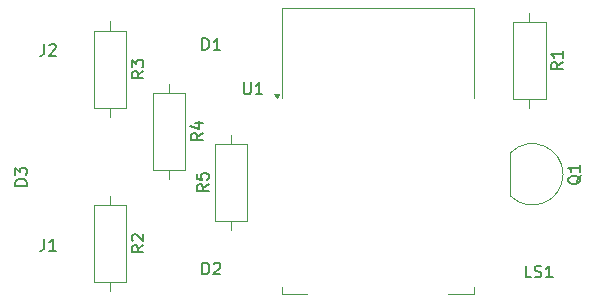
<source format=gbr>
%TF.GenerationSoftware,KiCad,Pcbnew,8.0.7*%
%TF.CreationDate,2025-01-13T17:44:50+00:00*%
%TF.ProjectId,TapeDispenser,54617065-4469-4737-9065-6e7365722e6b,rev?*%
%TF.SameCoordinates,Original*%
%TF.FileFunction,Legend,Top*%
%TF.FilePolarity,Positive*%
%FSLAX46Y46*%
G04 Gerber Fmt 4.6, Leading zero omitted, Abs format (unit mm)*
G04 Created by KiCad (PCBNEW 8.0.7) date 2025-01-13 17:44:50*
%MOMM*%
%LPD*%
G01*
G04 APERTURE LIST*
%ADD10C,0.150000*%
%ADD11C,0.120000*%
G04 APERTURE END LIST*
D10*
X147157142Y-82704819D02*
X146680952Y-82704819D01*
X146680952Y-82704819D02*
X146680952Y-81704819D01*
X147442857Y-82657200D02*
X147585714Y-82704819D01*
X147585714Y-82704819D02*
X147823809Y-82704819D01*
X147823809Y-82704819D02*
X147919047Y-82657200D01*
X147919047Y-82657200D02*
X147966666Y-82609580D01*
X147966666Y-82609580D02*
X148014285Y-82514342D01*
X148014285Y-82514342D02*
X148014285Y-82419104D01*
X148014285Y-82419104D02*
X147966666Y-82323866D01*
X147966666Y-82323866D02*
X147919047Y-82276247D01*
X147919047Y-82276247D02*
X147823809Y-82228628D01*
X147823809Y-82228628D02*
X147633333Y-82181009D01*
X147633333Y-82181009D02*
X147538095Y-82133390D01*
X147538095Y-82133390D02*
X147490476Y-82085771D01*
X147490476Y-82085771D02*
X147442857Y-81990533D01*
X147442857Y-81990533D02*
X147442857Y-81895295D01*
X147442857Y-81895295D02*
X147490476Y-81800057D01*
X147490476Y-81800057D02*
X147538095Y-81752438D01*
X147538095Y-81752438D02*
X147633333Y-81704819D01*
X147633333Y-81704819D02*
X147871428Y-81704819D01*
X147871428Y-81704819D02*
X148014285Y-81752438D01*
X148966666Y-82704819D02*
X148395238Y-82704819D01*
X148680952Y-82704819D02*
X148680952Y-81704819D01*
X148680952Y-81704819D02*
X148585714Y-81847676D01*
X148585714Y-81847676D02*
X148490476Y-81942914D01*
X148490476Y-81942914D02*
X148395238Y-81990533D01*
X105916666Y-62954819D02*
X105916666Y-63669104D01*
X105916666Y-63669104D02*
X105869047Y-63811961D01*
X105869047Y-63811961D02*
X105773809Y-63907200D01*
X105773809Y-63907200D02*
X105630952Y-63954819D01*
X105630952Y-63954819D02*
X105535714Y-63954819D01*
X106345238Y-63050057D02*
X106392857Y-63002438D01*
X106392857Y-63002438D02*
X106488095Y-62954819D01*
X106488095Y-62954819D02*
X106726190Y-62954819D01*
X106726190Y-62954819D02*
X106821428Y-63002438D01*
X106821428Y-63002438D02*
X106869047Y-63050057D01*
X106869047Y-63050057D02*
X106916666Y-63145295D01*
X106916666Y-63145295D02*
X106916666Y-63240533D01*
X106916666Y-63240533D02*
X106869047Y-63383390D01*
X106869047Y-63383390D02*
X106297619Y-63954819D01*
X106297619Y-63954819D02*
X106916666Y-63954819D01*
X105916666Y-79454819D02*
X105916666Y-80169104D01*
X105916666Y-80169104D02*
X105869047Y-80311961D01*
X105869047Y-80311961D02*
X105773809Y-80407200D01*
X105773809Y-80407200D02*
X105630952Y-80454819D01*
X105630952Y-80454819D02*
X105535714Y-80454819D01*
X106916666Y-80454819D02*
X106345238Y-80454819D01*
X106630952Y-80454819D02*
X106630952Y-79454819D01*
X106630952Y-79454819D02*
X106535714Y-79597676D01*
X106535714Y-79597676D02*
X106440476Y-79692914D01*
X106440476Y-79692914D02*
X106345238Y-79740533D01*
X104454819Y-74938094D02*
X103454819Y-74938094D01*
X103454819Y-74938094D02*
X103454819Y-74699999D01*
X103454819Y-74699999D02*
X103502438Y-74557142D01*
X103502438Y-74557142D02*
X103597676Y-74461904D01*
X103597676Y-74461904D02*
X103692914Y-74414285D01*
X103692914Y-74414285D02*
X103883390Y-74366666D01*
X103883390Y-74366666D02*
X104026247Y-74366666D01*
X104026247Y-74366666D02*
X104216723Y-74414285D01*
X104216723Y-74414285D02*
X104311961Y-74461904D01*
X104311961Y-74461904D02*
X104407200Y-74557142D01*
X104407200Y-74557142D02*
X104454819Y-74699999D01*
X104454819Y-74699999D02*
X104454819Y-74938094D01*
X103454819Y-74033332D02*
X103454819Y-73414285D01*
X103454819Y-73414285D02*
X103835771Y-73747618D01*
X103835771Y-73747618D02*
X103835771Y-73604761D01*
X103835771Y-73604761D02*
X103883390Y-73509523D01*
X103883390Y-73509523D02*
X103931009Y-73461904D01*
X103931009Y-73461904D02*
X104026247Y-73414285D01*
X104026247Y-73414285D02*
X104264342Y-73414285D01*
X104264342Y-73414285D02*
X104359580Y-73461904D01*
X104359580Y-73461904D02*
X104407200Y-73509523D01*
X104407200Y-73509523D02*
X104454819Y-73604761D01*
X104454819Y-73604761D02*
X104454819Y-73890475D01*
X104454819Y-73890475D02*
X104407200Y-73985713D01*
X104407200Y-73985713D02*
X104359580Y-74033332D01*
X119311905Y-82454819D02*
X119311905Y-81454819D01*
X119311905Y-81454819D02*
X119550000Y-81454819D01*
X119550000Y-81454819D02*
X119692857Y-81502438D01*
X119692857Y-81502438D02*
X119788095Y-81597676D01*
X119788095Y-81597676D02*
X119835714Y-81692914D01*
X119835714Y-81692914D02*
X119883333Y-81883390D01*
X119883333Y-81883390D02*
X119883333Y-82026247D01*
X119883333Y-82026247D02*
X119835714Y-82216723D01*
X119835714Y-82216723D02*
X119788095Y-82311961D01*
X119788095Y-82311961D02*
X119692857Y-82407200D01*
X119692857Y-82407200D02*
X119550000Y-82454819D01*
X119550000Y-82454819D02*
X119311905Y-82454819D01*
X120264286Y-81550057D02*
X120311905Y-81502438D01*
X120311905Y-81502438D02*
X120407143Y-81454819D01*
X120407143Y-81454819D02*
X120645238Y-81454819D01*
X120645238Y-81454819D02*
X120740476Y-81502438D01*
X120740476Y-81502438D02*
X120788095Y-81550057D01*
X120788095Y-81550057D02*
X120835714Y-81645295D01*
X120835714Y-81645295D02*
X120835714Y-81740533D01*
X120835714Y-81740533D02*
X120788095Y-81883390D01*
X120788095Y-81883390D02*
X120216667Y-82454819D01*
X120216667Y-82454819D02*
X120835714Y-82454819D01*
X119311905Y-63454819D02*
X119311905Y-62454819D01*
X119311905Y-62454819D02*
X119550000Y-62454819D01*
X119550000Y-62454819D02*
X119692857Y-62502438D01*
X119692857Y-62502438D02*
X119788095Y-62597676D01*
X119788095Y-62597676D02*
X119835714Y-62692914D01*
X119835714Y-62692914D02*
X119883333Y-62883390D01*
X119883333Y-62883390D02*
X119883333Y-63026247D01*
X119883333Y-63026247D02*
X119835714Y-63216723D01*
X119835714Y-63216723D02*
X119788095Y-63311961D01*
X119788095Y-63311961D02*
X119692857Y-63407200D01*
X119692857Y-63407200D02*
X119550000Y-63454819D01*
X119550000Y-63454819D02*
X119311905Y-63454819D01*
X120835714Y-63454819D02*
X120264286Y-63454819D01*
X120550000Y-63454819D02*
X120550000Y-62454819D01*
X120550000Y-62454819D02*
X120454762Y-62597676D01*
X120454762Y-62597676D02*
X120359524Y-62692914D01*
X120359524Y-62692914D02*
X120264286Y-62740533D01*
X151360057Y-74075238D02*
X151312438Y-74170476D01*
X151312438Y-74170476D02*
X151217200Y-74265714D01*
X151217200Y-74265714D02*
X151074342Y-74408571D01*
X151074342Y-74408571D02*
X151026723Y-74503809D01*
X151026723Y-74503809D02*
X151026723Y-74599047D01*
X151264819Y-74551428D02*
X151217200Y-74646666D01*
X151217200Y-74646666D02*
X151121961Y-74741904D01*
X151121961Y-74741904D02*
X150931485Y-74789523D01*
X150931485Y-74789523D02*
X150598152Y-74789523D01*
X150598152Y-74789523D02*
X150407676Y-74741904D01*
X150407676Y-74741904D02*
X150312438Y-74646666D01*
X150312438Y-74646666D02*
X150264819Y-74551428D01*
X150264819Y-74551428D02*
X150264819Y-74360952D01*
X150264819Y-74360952D02*
X150312438Y-74265714D01*
X150312438Y-74265714D02*
X150407676Y-74170476D01*
X150407676Y-74170476D02*
X150598152Y-74122857D01*
X150598152Y-74122857D02*
X150931485Y-74122857D01*
X150931485Y-74122857D02*
X151121961Y-74170476D01*
X151121961Y-74170476D02*
X151217200Y-74265714D01*
X151217200Y-74265714D02*
X151264819Y-74360952D01*
X151264819Y-74360952D02*
X151264819Y-74551428D01*
X151264819Y-73170476D02*
X151264819Y-73741904D01*
X151264819Y-73456190D02*
X150264819Y-73456190D01*
X150264819Y-73456190D02*
X150407676Y-73551428D01*
X150407676Y-73551428D02*
X150502914Y-73646666D01*
X150502914Y-73646666D02*
X150550533Y-73741904D01*
X119324819Y-70496666D02*
X118848628Y-70829999D01*
X119324819Y-71068094D02*
X118324819Y-71068094D01*
X118324819Y-71068094D02*
X118324819Y-70687142D01*
X118324819Y-70687142D02*
X118372438Y-70591904D01*
X118372438Y-70591904D02*
X118420057Y-70544285D01*
X118420057Y-70544285D02*
X118515295Y-70496666D01*
X118515295Y-70496666D02*
X118658152Y-70496666D01*
X118658152Y-70496666D02*
X118753390Y-70544285D01*
X118753390Y-70544285D02*
X118801009Y-70591904D01*
X118801009Y-70591904D02*
X118848628Y-70687142D01*
X118848628Y-70687142D02*
X118848628Y-71068094D01*
X118658152Y-69639523D02*
X119324819Y-69639523D01*
X118277200Y-69877618D02*
X118991485Y-70115713D01*
X118991485Y-70115713D02*
X118991485Y-69496666D01*
X122828095Y-66194819D02*
X122828095Y-67004342D01*
X122828095Y-67004342D02*
X122875714Y-67099580D01*
X122875714Y-67099580D02*
X122923333Y-67147200D01*
X122923333Y-67147200D02*
X123018571Y-67194819D01*
X123018571Y-67194819D02*
X123209047Y-67194819D01*
X123209047Y-67194819D02*
X123304285Y-67147200D01*
X123304285Y-67147200D02*
X123351904Y-67099580D01*
X123351904Y-67099580D02*
X123399523Y-67004342D01*
X123399523Y-67004342D02*
X123399523Y-66194819D01*
X124399523Y-67194819D02*
X123828095Y-67194819D01*
X124113809Y-67194819D02*
X124113809Y-66194819D01*
X124113809Y-66194819D02*
X124018571Y-66337676D01*
X124018571Y-66337676D02*
X123923333Y-66432914D01*
X123923333Y-66432914D02*
X123828095Y-66480533D01*
X114324819Y-79996666D02*
X113848628Y-80329999D01*
X114324819Y-80568094D02*
X113324819Y-80568094D01*
X113324819Y-80568094D02*
X113324819Y-80187142D01*
X113324819Y-80187142D02*
X113372438Y-80091904D01*
X113372438Y-80091904D02*
X113420057Y-80044285D01*
X113420057Y-80044285D02*
X113515295Y-79996666D01*
X113515295Y-79996666D02*
X113658152Y-79996666D01*
X113658152Y-79996666D02*
X113753390Y-80044285D01*
X113753390Y-80044285D02*
X113801009Y-80091904D01*
X113801009Y-80091904D02*
X113848628Y-80187142D01*
X113848628Y-80187142D02*
X113848628Y-80568094D01*
X113420057Y-79615713D02*
X113372438Y-79568094D01*
X113372438Y-79568094D02*
X113324819Y-79472856D01*
X113324819Y-79472856D02*
X113324819Y-79234761D01*
X113324819Y-79234761D02*
X113372438Y-79139523D01*
X113372438Y-79139523D02*
X113420057Y-79091904D01*
X113420057Y-79091904D02*
X113515295Y-79044285D01*
X113515295Y-79044285D02*
X113610533Y-79044285D01*
X113610533Y-79044285D02*
X113753390Y-79091904D01*
X113753390Y-79091904D02*
X114324819Y-79663332D01*
X114324819Y-79663332D02*
X114324819Y-79044285D01*
X114324819Y-65246666D02*
X113848628Y-65579999D01*
X114324819Y-65818094D02*
X113324819Y-65818094D01*
X113324819Y-65818094D02*
X113324819Y-65437142D01*
X113324819Y-65437142D02*
X113372438Y-65341904D01*
X113372438Y-65341904D02*
X113420057Y-65294285D01*
X113420057Y-65294285D02*
X113515295Y-65246666D01*
X113515295Y-65246666D02*
X113658152Y-65246666D01*
X113658152Y-65246666D02*
X113753390Y-65294285D01*
X113753390Y-65294285D02*
X113801009Y-65341904D01*
X113801009Y-65341904D02*
X113848628Y-65437142D01*
X113848628Y-65437142D02*
X113848628Y-65818094D01*
X113324819Y-64913332D02*
X113324819Y-64294285D01*
X113324819Y-64294285D02*
X113705771Y-64627618D01*
X113705771Y-64627618D02*
X113705771Y-64484761D01*
X113705771Y-64484761D02*
X113753390Y-64389523D01*
X113753390Y-64389523D02*
X113801009Y-64341904D01*
X113801009Y-64341904D02*
X113896247Y-64294285D01*
X113896247Y-64294285D02*
X114134342Y-64294285D01*
X114134342Y-64294285D02*
X114229580Y-64341904D01*
X114229580Y-64341904D02*
X114277200Y-64389523D01*
X114277200Y-64389523D02*
X114324819Y-64484761D01*
X114324819Y-64484761D02*
X114324819Y-64770475D01*
X114324819Y-64770475D02*
X114277200Y-64865713D01*
X114277200Y-64865713D02*
X114229580Y-64913332D01*
X119834819Y-74836666D02*
X119358628Y-75169999D01*
X119834819Y-75408094D02*
X118834819Y-75408094D01*
X118834819Y-75408094D02*
X118834819Y-75027142D01*
X118834819Y-75027142D02*
X118882438Y-74931904D01*
X118882438Y-74931904D02*
X118930057Y-74884285D01*
X118930057Y-74884285D02*
X119025295Y-74836666D01*
X119025295Y-74836666D02*
X119168152Y-74836666D01*
X119168152Y-74836666D02*
X119263390Y-74884285D01*
X119263390Y-74884285D02*
X119311009Y-74931904D01*
X119311009Y-74931904D02*
X119358628Y-75027142D01*
X119358628Y-75027142D02*
X119358628Y-75408094D01*
X118834819Y-73931904D02*
X118834819Y-74408094D01*
X118834819Y-74408094D02*
X119311009Y-74455713D01*
X119311009Y-74455713D02*
X119263390Y-74408094D01*
X119263390Y-74408094D02*
X119215771Y-74312856D01*
X119215771Y-74312856D02*
X119215771Y-74074761D01*
X119215771Y-74074761D02*
X119263390Y-73979523D01*
X119263390Y-73979523D02*
X119311009Y-73931904D01*
X119311009Y-73931904D02*
X119406247Y-73884285D01*
X119406247Y-73884285D02*
X119644342Y-73884285D01*
X119644342Y-73884285D02*
X119739580Y-73931904D01*
X119739580Y-73931904D02*
X119787200Y-73979523D01*
X119787200Y-73979523D02*
X119834819Y-74074761D01*
X119834819Y-74074761D02*
X119834819Y-74312856D01*
X119834819Y-74312856D02*
X119787200Y-74408094D01*
X119787200Y-74408094D02*
X119739580Y-74455713D01*
X149824819Y-64496666D02*
X149348628Y-64829999D01*
X149824819Y-65068094D02*
X148824819Y-65068094D01*
X148824819Y-65068094D02*
X148824819Y-64687142D01*
X148824819Y-64687142D02*
X148872438Y-64591904D01*
X148872438Y-64591904D02*
X148920057Y-64544285D01*
X148920057Y-64544285D02*
X149015295Y-64496666D01*
X149015295Y-64496666D02*
X149158152Y-64496666D01*
X149158152Y-64496666D02*
X149253390Y-64544285D01*
X149253390Y-64544285D02*
X149301009Y-64591904D01*
X149301009Y-64591904D02*
X149348628Y-64687142D01*
X149348628Y-64687142D02*
X149348628Y-65068094D01*
X149824819Y-63544285D02*
X149824819Y-64115713D01*
X149824819Y-63829999D02*
X148824819Y-63829999D01*
X148824819Y-63829999D02*
X148967676Y-63925237D01*
X148967676Y-63925237D02*
X149062914Y-64020475D01*
X149062914Y-64020475D02*
X149110533Y-64115713D01*
D11*
%TO.C,Q1*%
X145400000Y-72180000D02*
X145400000Y-75780000D01*
X145411522Y-72141522D02*
G75*
G02*
X149850001Y-73980000I1838478J-1838478D01*
G01*
X149850000Y-73980000D02*
G75*
G02*
X145411522Y-75818478I-2600000J0D01*
G01*
%TO.C,R4*%
X115130000Y-67060000D02*
X115130000Y-73600000D01*
X115130000Y-73600000D02*
X117870000Y-73600000D01*
X116500000Y-66290000D02*
X116500000Y-67060000D01*
X116500000Y-74370000D02*
X116500000Y-73600000D01*
X117870000Y-67060000D02*
X115130000Y-67060000D01*
X117870000Y-73600000D02*
X117870000Y-67060000D01*
%TO.C,U1*%
X126030000Y-59880000D02*
X142270000Y-59880000D01*
X126030000Y-67500000D02*
X126030000Y-59880000D01*
X126030000Y-84120000D02*
X126030000Y-83500000D01*
X128150000Y-84120000D02*
X126030000Y-84120000D01*
X142270000Y-59880000D02*
X142270000Y-67500000D01*
X142270000Y-83500000D02*
X142270000Y-84120000D01*
X142270000Y-84120000D02*
X140150000Y-84120000D01*
X125600000Y-67500000D02*
X125360000Y-67164000D01*
X125840000Y-67164000D01*
X125600000Y-67500000D01*
G36*
X125600000Y-67500000D02*
G01*
X125360000Y-67164000D01*
X125840000Y-67164000D01*
X125600000Y-67500000D01*
G37*
%TO.C,R2*%
X110130000Y-76560000D02*
X110130000Y-83100000D01*
X110130000Y-83100000D02*
X112870000Y-83100000D01*
X111500000Y-75790000D02*
X111500000Y-76560000D01*
X111500000Y-83870000D02*
X111500000Y-83100000D01*
X112870000Y-76560000D02*
X110130000Y-76560000D01*
X112870000Y-83100000D02*
X112870000Y-76560000D01*
%TO.C,R3*%
X110130000Y-61810000D02*
X110130000Y-68350000D01*
X110130000Y-68350000D02*
X112870000Y-68350000D01*
X111500000Y-61040000D02*
X111500000Y-61810000D01*
X111500000Y-69120000D02*
X111500000Y-68350000D01*
X112870000Y-61810000D02*
X110130000Y-61810000D01*
X112870000Y-68350000D02*
X112870000Y-61810000D01*
%TO.C,R5*%
X123120000Y-77940000D02*
X123120000Y-71400000D01*
X123120000Y-71400000D02*
X120380000Y-71400000D01*
X121750000Y-78710000D02*
X121750000Y-77940000D01*
X121750000Y-70630000D02*
X121750000Y-71400000D01*
X120380000Y-77940000D02*
X123120000Y-77940000D01*
X120380000Y-71400000D02*
X120380000Y-77940000D01*
%TO.C,R1*%
X145630000Y-61060000D02*
X145630000Y-67600000D01*
X145630000Y-67600000D02*
X148370000Y-67600000D01*
X147000000Y-60290000D02*
X147000000Y-61060000D01*
X147000000Y-68370000D02*
X147000000Y-67600000D01*
X148370000Y-61060000D02*
X145630000Y-61060000D01*
X148370000Y-67600000D02*
X148370000Y-61060000D01*
%TD*%
M02*

</source>
